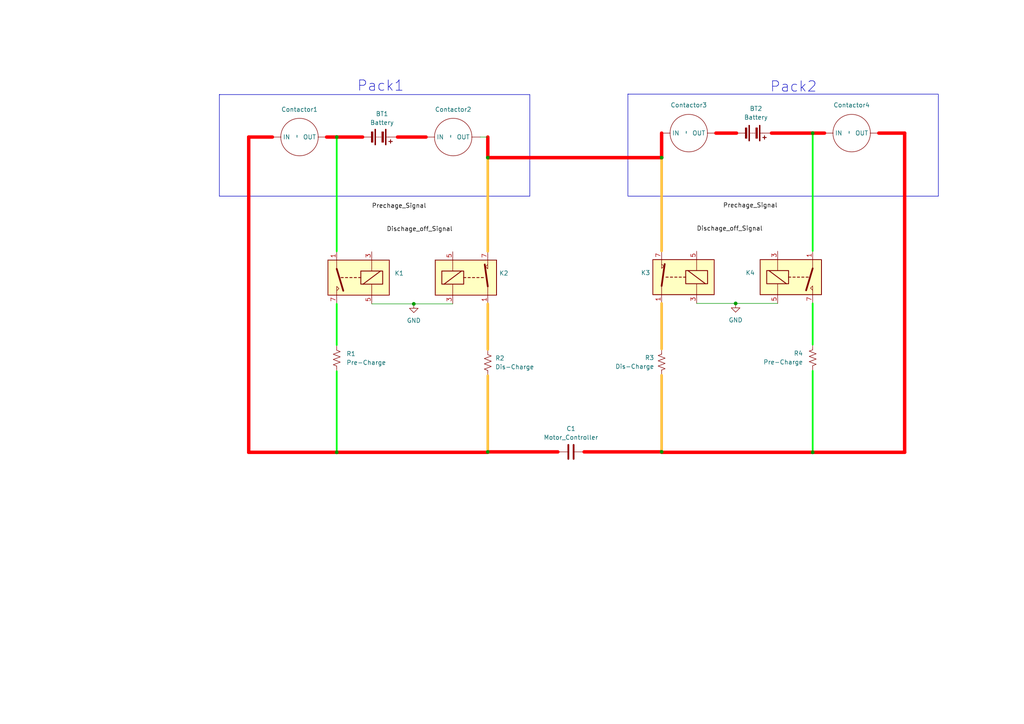
<source format=kicad_sch>
(kicad_sch (version 20230121) (generator eeschema)
  (paper "A4")
  (lib_symbols
    (symbol "Contactor_1"
      (property "Reference" "U1" (at -7.366 0.762 90))
      (property "Value" "~" (at 0 0 0))
      (symbol "Contactor_1_0_1"
        (circle (center 0.254 0.762) (radius 5.4358))
      )
      (symbol "Contactor_1_1_1"
        (pin input line (at 0.254 -7.112 90) (length 2.54) (name "IN") (number ""))
        (pin input line (at 0.254 8.636 270) (length 2.54) (name "OUT") (number ""))
      )
    )
    (symbol "Device:Battery" (pin_numbers hide) (pin_names (offset 0) hide)
      (property "Reference" "BT" (at 2.54 2.54 0))
      (property "Value" "Battery" (at 2.54 0 0))
      (symbol "Battery_0_1"
        (rectangle (start -2.286 -1.27) (end 2.286 -1.524) (fill (type outline)))
        (rectangle (start -2.286 1.778) (end 2.286 1.524) (fill (type outline)))
        (rectangle (start -1.524 -2.032) (end 1.524 -2.54) (fill (type outline)))
        (rectangle (start -1.524 1.016) (end 1.524 0.508) (fill (type outline)))
        (polyline (pts (xy 0 -1.016) (xy 0 -0.762)))
        (polyline (pts (xy 0 -0.508) (xy 0 -0.254)))
        (polyline (pts (xy 0 0) (xy 0 0.254)))
        (polyline (pts (xy 0 1.778) (xy 0 2.54)))
        (polyline (pts (xy 0.762 3.048) (xy 1.778 3.048)) (stroke (width 0.254)))
        (polyline (pts (xy 1.27 3.556) (xy 1.27 2.54)) (stroke (width 0.254)))
      )
      (symbol "Battery_1_1"
        (pin passive line (at 0 5.08 270) (length 2.54) (name "+") (number "1"))
        (pin passive line (at 0 -5.08 90) (length 2.54) (name "-") (number "2"))
      )
    )
    (symbol "Device:C" (pin_numbers hide) (pin_names (offset 0.254))
      (property "Reference" "C" (at 0.635 2.54 0))
      (property "Value" "C" (at 0.635 -2.54 0))
      (symbol "C_0_1"
        (polyline (pts (xy -2.032 -0.762) (xy 2.032 -0.762)) (stroke (width 0.508)))
        (polyline (pts (xy -2.032 0.762) (xy 2.032 0.762)) (stroke (width 0.508)))
      )
      (symbol "C_1_1"
        (pin passive line (at 0 3.81 270) (length 2.794) (name "~") (number "1"))
        (pin passive line (at 0 -3.81 90) (length 2.794) (name "~") (number "2"))
      )
    )
    (symbol "Device:R_US" (pin_numbers hide) (pin_names (offset 0))
      (property "Reference" "R" (at 2.54 0 90))
      (property "Value" "R_US" (at -2.54 0 90))
      (symbol "R_US_0_1"
        (polyline (pts (xy 0 -2.286) (xy 0 -2.54)))
        (polyline (pts (xy 0 2.286) (xy 0 2.54)))
        (polyline (pts (xy 0 -0.762) (xy 1.016 -1.143) (xy 0 -1.524) (xy -1.016 -1.905) (xy 0 -2.286)))
        (polyline (pts (xy 0 0.762) (xy 1.016 0.381) (xy 0 0) (xy -1.016 -0.381) (xy 0 -0.762)))
        (polyline (pts (xy 0 2.286) (xy 1.016 1.905) (xy 0 1.524) (xy -1.016 1.143) (xy 0 0.762)))
      )
      (symbol "R_US_1_1"
        (pin passive line (at 0 3.81 270) (length 1.27) (name "~") (number "1"))
        (pin passive line (at 0 -3.81 90) (length 1.27) (name "~") (number "2"))
      )
    )
    (symbol "Relay:MSxx-1Bxx-75"
      (property "Reference" "K" (at 8.89 3.81 0))
      (property "Value" "MSxx-1Bxx-75" (at 8.89 1.27 0))
      (symbol "MSxx-1Bxx-75_0_0"
        (polyline (pts (xy 5.08 5.08) (xy 5.08 2.54) (xy 4.445 3.175) (xy 5.08 3.81)))
      )
      (symbol "MSxx-1Bxx-75_0_1"
        (rectangle (start -10.16 5.08) (end 7.62 -5.08) (stroke (width 0.254)) (fill (type background)))
        (rectangle (start -8.255 1.905) (end -1.905 -1.905) (stroke (width 0.254)))
        (polyline (pts (xy -7.62 -1.905) (xy -2.54 1.905)) (stroke (width 0.254)))
        (polyline (pts (xy -5.08 -5.08) (xy -5.08 -1.905)))
        (polyline (pts (xy -5.08 5.08) (xy -5.08 1.905)))
        (polyline (pts (xy -1.905 0) (xy -1.27 0)) (stroke (width 0.254)))
        (polyline (pts (xy -0.635 0) (xy 0 0)) (stroke (width 0.254)))
        (polyline (pts (xy 0.635 0) (xy 1.27 0)) (stroke (width 0.254)))
        (polyline (pts (xy 1.905 0) (xy 2.54 0)) (stroke (width 0.254)))
        (polyline (pts (xy 3.175 0) (xy 3.81 0)) (stroke (width 0.254)))
        (polyline (pts (xy 5.08 -2.54) (xy 4.191 3.81)) (stroke (width 0.508)))
        (polyline (pts (xy 5.08 -2.54) (xy 5.08 -5.08)))
      )
      (symbol "MSxx-1Bxx-75_1_1"
        (pin passive line (at 5.08 -7.62 90) (length 2.54) (name "~") (number "1"))
        (pin passive line (at -5.08 -7.62 90) (length 2.54) (name "~") (number "3"))
        (pin passive line (at -5.08 7.62 270) (length 2.54) (name "~") (number "5"))
        (pin passive line (at 5.08 7.62 270) (length 2.54) (name "~") (number "7"))
      )
    )
    (symbol "Relay:SILxx-1Axx-71x"
      (property "Reference" "K" (at 8.89 3.81 0))
      (property "Value" "SILxx-1Axx-71x" (at 8.89 1.27 0))
      (symbol "SILxx-1Axx-71x_0_0"
        (polyline (pts (xy 5.08 5.08) (xy 5.08 2.54) (xy 4.445 3.175) (xy 5.08 3.81)))
      )
      (symbol "SILxx-1Axx-71x_0_1"
        (rectangle (start -10.16 5.08) (end 7.62 -5.08) (stroke (width 0.254)) (fill (type background)))
        (rectangle (start -8.255 1.905) (end -1.905 -1.905) (stroke (width 0.254)))
        (polyline (pts (xy -7.62 -1.905) (xy -2.54 1.905)) (stroke (width 0.254)))
        (polyline (pts (xy -5.08 -5.08) (xy -5.08 -1.905)))
        (polyline (pts (xy -5.08 5.08) (xy -5.08 1.905)))
        (polyline (pts (xy -1.905 0) (xy -1.27 0)) (stroke (width 0.254)))
        (polyline (pts (xy -0.635 0) (xy 0 0)) (stroke (width 0.254)))
        (polyline (pts (xy 0.635 0) (xy 1.27 0)) (stroke (width 0.254)))
        (polyline (pts (xy 1.905 0) (xy 2.54 0)) (stroke (width 0.254)))
        (polyline (pts (xy 3.175 0) (xy 3.81 0)) (stroke (width 0.254)))
        (polyline (pts (xy 5.08 -2.54) (xy 3.175 3.81)) (stroke (width 0.508)))
        (polyline (pts (xy 5.08 -2.54) (xy 5.08 -5.08)))
      )
      (symbol "SILxx-1Axx-71x_1_1"
        (pin passive line (at 5.08 -7.62 90) (length 2.54) (name "~") (number "1"))
        (pin passive line (at -5.08 -7.62 90) (length 2.54) (name "~") (number "3"))
        (pin passive line (at -5.08 7.62 270) (length 2.54) (name "~") (number "5"))
        (pin passive line (at 5.08 7.62 270) (length 2.54) (name "~") (number "7"))
      )
    )
    (symbol "power:GND" (power) (pin_names (offset 0))
      (property "Value" "GND" (at 0 -3.81 0))
      (symbol "GND_0_1"
        (polyline (pts (xy 0 0) (xy 0 -1.27) (xy 1.27 -1.27) (xy 0 -2.54) (xy -1.27 -1.27) (xy 0 -1.27)))
      )
      (symbol "GND_1_1"
        (pin power_in line (at 0 0 270) (length 0) hide (name "GND") (number "1"))
      )
    )
  )
  (junction (at 141.478 45.72))
  (junction (at 235.712 38.608))
  (junction (at 213.36 88.011))
  (junction (at 97.663 39.751))
  (junction (at 97.663 131.191))
  (junction (at 120.015 88.138))
  (junction (at 191.897 45.72))
  (junction (at 191.897 131.064))
  (junction (at 141.478 131.064))
  (junction (at 235.712 131.191))
  (polyline (pts (xy 272.161 56.896) (xy 182.118 56.896)))
  (polyline (pts (xy 182.118 27.305) (xy 272.161 27.305)))
  (wire (pts (xy 141.478 88.138) (xy 141.478 101.346)) (stroke (width 0.75) (color 255 185 55 1)))
  (polyline (pts (xy 272.161 27.432) (xy 272.161 56.896)))
  (polyline (pts (xy 63.627 56.896) (xy 63.627 27.432)))
  (wire (pts (xy 78.994 39.751) (xy 72.136 39.751)) (stroke (width 1) (color 255 0 4 1)))
  (wire (pts (xy 107.823 88.138) (xy 120.015 88.138)))
  (wire (pts (xy 141.478 108.966) (xy 141.478 131.064)) (stroke (width 0.75) (color 255 185 55 1)))
  (wire (pts (xy 72.136 39.751) (xy 72.136 131.191)) (stroke (width 1) (color 255 0 4 1)))
  (polyline (pts (xy 182.118 27.305) (xy 182.245 27.305)))
  (wire (pts (xy 235.712 107.569) (xy 235.712 131.191)) (stroke (width 0.5) (color 0 255 14 1)))
  (wire (pts (xy 141.478 45.72) (xy 141.478 39.751)) (stroke (width 1) (color 255 0 4 1)))
  (wire (pts (xy 262.382 38.608) (xy 262.382 131.191)) (stroke (width 1) (color 255 0 4 1)))
  (wire (pts (xy 97.663 39.751) (xy 97.663 72.898)) (stroke (width 0.5) (color 0 255 14 1)))
  (polyline (pts (xy 153.67 27.432) (xy 153.67 56.896)))
  (wire (pts (xy 191.897 38.608) (xy 191.897 45.72)) (stroke (width 1) (color 255 0 4 1)))
  (polyline (pts (xy 63.627 27.432) (xy 63.754 27.432)))
  (polyline (pts (xy 153.67 56.896) (xy 63.627 56.896)))
  (wire (pts (xy 123.571 39.751) (xy 115.316 39.751)) (stroke (width 1) (color 255 0 4 1)))
  (wire (pts (xy 191.897 108.839) (xy 191.897 131.064)) (stroke (width 0.75) (color 255 185 55 1)))
  (wire (pts (xy 94.742 39.751) (xy 97.663 39.751)) (stroke (width 1) (color 255 0 4 1)))
  (wire (pts (xy 235.712 38.608) (xy 235.712 72.771)) (stroke (width 0.5) (color 0 255 14 1)))
  (wire (pts (xy 97.663 131.191) (xy 141.478 131.191)) (stroke (width 1) (color 255 0 4 1)))
  (wire (pts (xy 97.663 39.751) (xy 105.156 39.751)) (stroke (width 1) (color 255 0 4 1)))
  (wire (pts (xy 239.141 38.608) (xy 235.712 38.608)) (stroke (width 1) (color 255 0 4 1)))
  (wire (pts (xy 141.478 131.064) (xy 141.478 131.191)))
  (wire (pts (xy 107.823 60.706) (xy 107.823 72.898)) (stroke (width 0) (color 255 255 255 1)))
  (wire (pts (xy 262.382 38.608) (xy 254.889 38.608)) (stroke (width 1) (color 255 0 4 1)))
  (wire (pts (xy 225.552 60.579) (xy 225.552 72.771)) (stroke (width 0) (color 255 255 255 1)))
  (wire (pts (xy 141.478 45.72) (xy 141.478 72.898)) (stroke (width 0.75) (color 255 185 55 1)))
  (wire (pts (xy 131.318 67.437) (xy 131.318 72.898)) (stroke (width 0) (color 255 255 255 1)))
  (wire (pts (xy 97.663 88.138) (xy 97.663 100.076)) (stroke (width 0.5) (color 0 255 14 1)))
  (wire (pts (xy 191.897 45.72) (xy 191.897 72.771)) (stroke (width 0.75) (color 255 185 55 1)))
  (polyline (pts (xy 63.627 27.432) (xy 153.67 27.432)))
  (wire (pts (xy 213.36 88.011) (xy 202.057 88.011)))
  (wire (pts (xy 191.897 131.191) (xy 235.712 131.191)) (stroke (width 1) (color 255 0 4 1)))
  (wire (pts (xy 225.552 88.011) (xy 213.36 88.011)))
  (wire (pts (xy 191.897 88.011) (xy 191.897 101.219)) (stroke (width 0.75) (color 255 185 55 1)))
  (wire (pts (xy 120.015 88.138) (xy 131.318 88.138)))
  (wire (pts (xy 202.057 67.31) (xy 202.057 72.771)) (stroke (width 0) (color 255 255 255 1)))
  (wire (pts (xy 235.712 38.608) (xy 223.774 38.608)) (stroke (width 1) (color 255 0 4 1)))
  (wire (pts (xy 72.136 131.191) (xy 97.663 131.191)) (stroke (width 1) (color 255 0 4 1)))
  (wire (pts (xy 97.663 107.696) (xy 97.663 131.191)) (stroke (width 0.5) (color 0 255 14 1)))
  (wire (pts (xy 141.478 39.751) (xy 139.319 39.751)))
  (wire (pts (xy 141.478 45.72) (xy 191.897 45.72)) (stroke (width 1) (color 255 0 4 1)))
  (wire (pts (xy 141.478 131.064) (xy 161.798 131.064)) (stroke (width 1) (color 255 0 4 1)))
  (polyline (pts (xy 182.118 56.769) (xy 182.118 27.305)))
  (wire (pts (xy 235.712 131.191) (xy 262.382 131.191)) (stroke (width 1) (color 255 0 4 1)))
  (wire (pts (xy 235.712 88.011) (xy 235.712 99.949)) (stroke (width 0.5) (color 0 255 14 1)))
  (wire (pts (xy 169.418 131.064) (xy 191.897 131.064)) (stroke (width 1) (color 255 0 4 1)))
  (wire (pts (xy 207.645 38.608) (xy 213.614 38.608)) (stroke (width 1) (color 255 0 4 1)))
  (wire (pts (xy 191.897 131.064) (xy 191.897 131.191)))
  (text "Pack2" (at 223.266 27.051 0) (effects (font (size 3 3)) (justify left bottom)))
  (text "Pack1" (at 103.505 26.797 0) (effects (font (size 3 3)) (justify left bottom)))
  (label "Prechage_Signal" (at 107.823 60.706 0))
  (label "Dischage_off_Signal" (at 202.057 67.31 0))
  (label "Dischage_off_Signal" (at 131.318 67.437 180))
  (label "Prechage_Signal" (at 225.552 60.579 180))
  (symbol (lib_id "power:GND") (at 213.36 88.011 0) (mirror y) (unit 1)
    (property "Reference" "#PWR02" (effects hide))
    (property "Value" "GND" (at 213.36 92.837 0))
  )
  (symbol (lib_name "Contactor_1") (lib_id "AERO:Contactor") (at 86.106 39.497 270) (unit 1)
    (property "Reference" "Contactor1" (at 86.868 31.75 90))
    (property "Value" "~" (at 86.106 39.497 0))
  )
  (symbol (lib_id "Device:Battery") (at 218.694 38.608 270) (unit 1)
    (property "Reference" "BT2" (at 219.2655 31.496 90))
    (property "Value" "Battery" (at 219.2655 34.036 90))
  )
  (symbol (lib_id "Relay:SILxx-1Axx-71x") (at 102.743 80.518 180) (unit 1)
    (property "Reference" "K1" (at 114.427 79.248 0) (effects (justify right)))
    (property "Value" "SILxx-1Axx-71x" (effects hide))
    (property "Footprint" "Relay_THT:Relay_SPST_StandexMeder_SIL_Form1A" (effects hide))
    (property "Datasheet" "https://standexelectronics.com/wp-content/uploads/datasheet_reed_relay_SIL.pdf" (effects hide))
  )
  (symbol (lib_id "Device:R_US") (at 141.478 105.156 0) (unit 1)
    (property "Reference" "R2" (at 143.637 103.886 0) (effects (justify left)))
    (property "Value" "Dis-Charge" (at 143.637 106.426 0) (effects (justify left)))
  )
  (symbol (lib_id "Device:Battery") (at 110.236 39.751 270) (unit 1)
    (property "Reference" "BT1" (at 110.8075 33.02 90))
    (property "Value" "Battery" (at 110.8075 35.56 90))
  )
  (symbol (lib_id "Relay:SILxx-1Axx-71x") (at 230.632 80.391 0) (mirror x) (unit 1)
    (property "Reference" "K4" (at 218.948 79.121 0) (effects (justify right)))
    (property "Value" "SILxx-1Axx-71x" (effects hide))
    (property "Footprint" "Relay_THT:Relay_SPST_StandexMeder_SIL_Form1A" (effects hide))
    (property "Datasheet" "https://standexelectronics.com/wp-content/uploads/datasheet_reed_relay_SIL.pdf" (effects hide))
  )
  (symbol (lib_id "Relay:MSxx-1Bxx-75") (at 196.977 80.391 0) (mirror y) (unit 1)
    (property "Reference" "K3" (at 188.595 79.121 0) (effects (justify left)))
    (property "Value" "MSxx-1Bxx-75" (effects hide))
    (property "Footprint" "Relay_THT:Relay_SPST_StandexMeder_MS_Form1AB" (effects hide))
    (property "Datasheet" "https://standexelectronics.com/de/produkte/ms-reed-relais/" (effects hide))
  )
  (symbol (lib_id "Device:C") (at 165.608 131.064 90) (unit 1)
    (property "Reference" "C1" (at 165.608 124.333 90))
    (property "Value" "Motor_Controller" (at 165.608 126.873 90))
  )
  (symbol (lib_id "Device:R_US") (at 191.897 105.029 0) (mirror y) (unit 1)
    (property "Reference" "R3" (at 189.738 103.759 0) (effects (justify left)))
    (property "Value" "Dis-Charge" (at 189.738 106.299 0) (effects (justify left)))
  )
  (symbol (lib_name "Contactor_1") (lib_id "AERO:Contactor") (at 246.253 38.354 270) (unit 1)
    (property "Reference" "Contactor4" (at 247.015 30.48 90))
    (property "Value" "~" (at 246.253 38.354 0))
  )
  (symbol (lib_id "Device:R_US") (at 235.712 103.759 0) (mirror y) (unit 1)
    (property "Reference" "R4" (at 232.918 102.489 0) (effects (justify left)))
    (property "Value" "Pre-Charge" (at 232.918 105.029 0) (effects (justify left)))
  )
  (symbol (lib_name "Contactor_1") (lib_id "AERO:Contactor") (at 130.683 39.497 270) (unit 1)
    (property "Reference" "Contactor2" (at 131.445 31.75 90))
    (property "Value" "~" (at 130.683 39.497 0))
  )
  (symbol (lib_id "Device:R_US") (at 97.663 103.886 0) (unit 1)
    (property "Reference" "R1" (at 100.457 102.616 0) (effects (justify left)))
    (property "Value" "Pre-Charge" (at 100.457 105.156 0) (effects (justify left)))
  )
  (symbol (lib_name "Contactor_1") (lib_id "AERO:Contactor") (at 199.009 38.354 270) (unit 1)
    (property "Reference" "Contactor3" (at 199.771 30.48 90))
    (property "Value" "~" (at 199.009 38.354 0))
  )
  (symbol (lib_id "power:GND") (at 120.015 88.138 0) (unit 1)
    (property "Reference" "#PWR01" (effects hide))
    (property "Value" "GND" (at 120.015 92.964 0))
  )
  (symbol (lib_id "Relay:MSxx-1Bxx-75") (at 136.398 80.518 0) (unit 1)
    (property "Reference" "K2" (at 144.78 79.248 0) (effects (justify left)))
    (property "Value" "MSxx-1Bxx-75" (effects hide))
    (property "Footprint" "Relay_THT:Relay_SPST_StandexMeder_MS_Form1AB" (effects hide))
    (property "Datasheet" "https://standexelectronics.com/de/produkte/ms-reed-relais/" (effects hide))
  )
)
</source>
